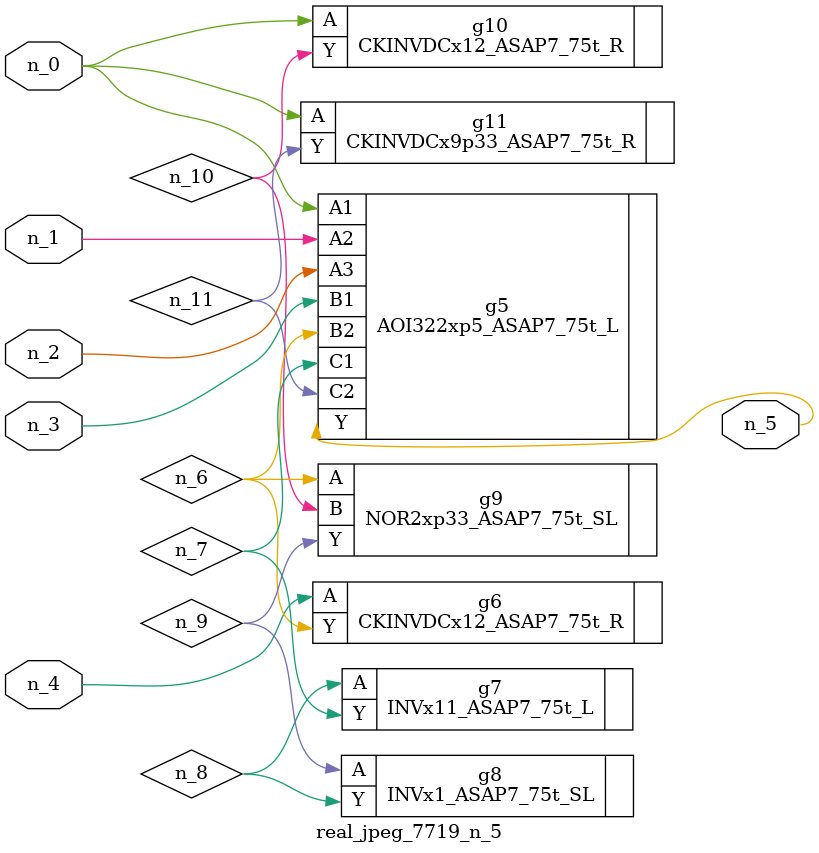
<source format=v>
module real_jpeg_7719_n_5 (n_4, n_0, n_1, n_2, n_3, n_5);

input n_4;
input n_0;
input n_1;
input n_2;
input n_3;

output n_5;

wire n_8;
wire n_11;
wire n_6;
wire n_7;
wire n_10;
wire n_9;

AOI322xp5_ASAP7_75t_L g5 ( 
.A1(n_0),
.A2(n_1),
.A3(n_2),
.B1(n_3),
.B2(n_6),
.C1(n_7),
.C2(n_11),
.Y(n_5)
);

CKINVDCx12_ASAP7_75t_R g10 ( 
.A(n_0),
.Y(n_10)
);

CKINVDCx9p33_ASAP7_75t_R g11 ( 
.A(n_0),
.Y(n_11)
);

CKINVDCx12_ASAP7_75t_R g6 ( 
.A(n_4),
.Y(n_6)
);

NOR2xp33_ASAP7_75t_SL g9 ( 
.A(n_6),
.B(n_10),
.Y(n_9)
);

INVx11_ASAP7_75t_L g7 ( 
.A(n_8),
.Y(n_7)
);

INVx1_ASAP7_75t_SL g8 ( 
.A(n_9),
.Y(n_8)
);


endmodule
</source>
